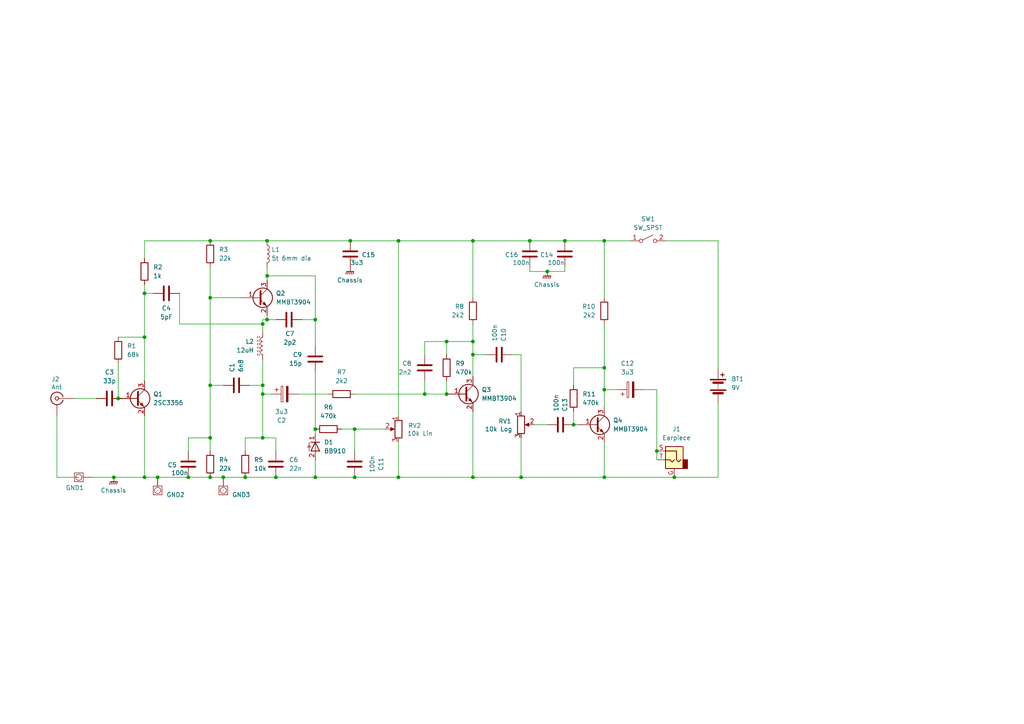
<source format=kicad_sch>
(kicad_sch (version 20231120) (generator "eeschema") (generator_version "8.0")
  (paper "A4")
  (title_block (title "G1OJS Airband Superregen Earpiece Version Block PCB") (date "2024-07-23") (rev "1"))
  (lib_symbols
    (symbol "Connector:Conn_Coaxial" (pin_numbers hide) (pin_names (offset 1.016) hide)
      (property "Reference" "J" (at 0.254 3.048 0))
      (property "Value" "Conn_Coaxial" (at 2.921 0 90))
      (symbol "Conn_Coaxial_0_1"
        (arc (start -1.778 -0.508) (mid 0.2311 -1.8066) (end 1.778 0) (stroke (width 0.254)))
        (polyline (pts (xy -2.54 0) (xy -0.508 0)))
        (polyline (pts (xy 0 -2.54) (xy 0 -1.778)))
        (circle (center 0 0) (radius 0.508) (stroke (width 0.2032)))
        (arc (start 1.778 0) (mid 0.2099 1.8101) (end -1.778 0.508) (stroke (width 0.254)))
      )
      (symbol "Conn_Coaxial_1_1"
        (pin passive line (at -5.08 0 0) (length 2.54) (name "In") (number "1"))
        (pin passive line (at 0 -5.08 90) (length 2.54) (name "Ext") (number "2"))
      )
    )
    (symbol "Connector_Audio:AudioJack2_Ground"
      (property "Reference" "J" (at 0 8.89 0))
      (property "Value" "AudioJack2_Ground" (at 0 6.35 0))
      (symbol "AudioJack2_Ground_0_1"
        (rectangle (start -2.54 -2.54) (end -3.81 0) (stroke (width 0.254)) (fill (type outline)))
        (polyline (pts (xy 0 0) (xy 0.635 -0.635) (xy 1.27 0) (xy 2.54 0)) (stroke (width 0.254)))
        (polyline (pts (xy 2.54 2.54) (xy -0.635 2.54) (xy -0.635 0) (xy -1.27 -0.635) (xy -1.905 0)) (stroke (width 0.254)))
        (rectangle (start 2.54 3.81) (end -2.54 -2.54) (stroke (width 0.254)) (fill (type background)))
      )
      (symbol "AudioJack2_Ground_1_1"
        (pin passive line (at 0 -5.08 90) (length 2.54) (name "~") (number "G"))
        (pin passive line (at 5.08 2.54 180) (length 2.54) (name "~") (number "S"))
        (pin passive line (at 5.08 0 180) (length 2.54) (name "~") (number "T"))
      )
    )
    (symbol "Device:Battery" (pin_numbers hide) (pin_names (offset 0) hide)
      (property "Reference" "BT" (at 2.54 2.54 0))
      (property "Value" "Battery" (at 2.54 0 0))
      (symbol "Battery_0_1"
        (rectangle (start -2.286 -1.27) (end 2.286 -1.524) (fill (type outline)))
        (rectangle (start -2.286 1.778) (end 2.286 1.524) (fill (type outline)))
        (rectangle (start -1.524 -2.032) (end 1.524 -2.54) (fill (type outline)))
        (rectangle (start -1.524 1.016) (end 1.524 0.508) (fill (type outline)))
        (polyline (pts (xy 0 -1.016) (xy 0 -0.762)))
        (polyline (pts (xy 0 -0.508) (xy 0 -0.254)))
        (polyline (pts (xy 0 0) (xy 0 0.254)))
        (polyline (pts (xy 0 1.778) (xy 0 2.54)))
        (polyline (pts (xy 0.762 3.048) (xy 1.778 3.048)) (stroke (width 0.254)))
        (polyline (pts (xy 1.27 3.556) (xy 1.27 2.54)) (stroke (width 0.254)))
      )
      (symbol "Battery_1_1"
        (pin passive line (at 0 5.08 270) (length 2.54) (name "+") (number "1"))
        (pin passive line (at 0 -5.08 90) (length 2.54) (name "-") (number "2"))
      )
    )
    (symbol "Device:C" (pin_numbers hide) (pin_names (offset 0.254))
      (property "Reference" "C" (at 0.635 2.54 0))
      (property "Value" "C" (at 0.635 -2.54 0))
      (symbol "C_0_1"
        (polyline (pts (xy -2.032 -0.762) (xy 2.032 -0.762)) (stroke (width 0.508)))
        (polyline (pts (xy -2.032 0.762) (xy 2.032 0.762)) (stroke (width 0.508)))
      )
      (symbol "C_1_1"
        (pin passive line (at 0 3.81 270) (length 2.794) (name "~") (number "1"))
        (pin passive line (at 0 -3.81 90) (length 2.794) (name "~") (number "2"))
      )
    )
    (symbol "Device:C_Polarized" (pin_numbers hide) (pin_names (offset 0.254))
      (property "Reference" "C" (at 0.635 2.54 0))
      (property "Value" "C_Polarized" (at 0.635 -2.54 0))
      (symbol "C_Polarized_0_1"
        (rectangle (start -2.286 0.508) (end 2.286 1.016))
        (polyline (pts (xy -1.778 2.286) (xy -0.762 2.286)))
        (polyline (pts (xy -1.27 2.794) (xy -1.27 1.778)))
        (rectangle (start 2.286 -0.508) (end -2.286 -1.016) (fill (type outline)))
      )
      (symbol "C_Polarized_1_1"
        (pin passive line (at 0 3.81 270) (length 2.794) (name "~") (number "1"))
        (pin passive line (at 0 -3.81 90) (length 2.794) (name "~") (number "2"))
      )
    )
    (symbol "Device:L" (pin_numbers hide) (pin_names (offset 1.016) hide)
      (property "Reference" "L" (at -1.27 0 90))
      (property "Value" "L" (at 1.905 0 90))
      (symbol "L_0_1"
        (arc (start 0 -2.54) (mid 0.6323 -1.905) (end 0 -1.27))
        (arc (start 0 -1.27) (mid 0.6323 -0.635) (end 0 0))
        (arc (start 0 0) (mid 0.6323 0.635) (end 0 1.27))
        (arc (start 0 1.27) (mid 0.6323 1.905) (end 0 2.54))
      )
      (symbol "L_1_1"
        (pin passive line (at 0 3.81 270) (length 1.27) (name "1") (number "1"))
        (pin passive line (at 0 -3.81 90) (length 1.27) (name "2") (number "2"))
      )
    )
    (symbol "Device:L_Ferrite" (pin_numbers hide) (pin_names (offset 1.016) hide)
      (property "Reference" "L" (at -1.27 0 90))
      (property "Value" "L_Ferrite" (at 2.794 0 90))
      (symbol "L_Ferrite_0_1"
        (arc (start 0 -2.54) (mid 0.6323 -1.905) (end 0 -1.27))
        (arc (start 0 -1.27) (mid 0.6323 -0.635) (end 0 0))
        (polyline (pts (xy 1.016 -2.794) (xy 1.016 -2.286)))
        (polyline (pts (xy 1.016 -1.778) (xy 1.016 -1.27)))
        (polyline (pts (xy 1.016 -0.762) (xy 1.016 -0.254)))
        (polyline (pts (xy 1.016 0.254) (xy 1.016 0.762)))
        (polyline (pts (xy 1.016 1.27) (xy 1.016 1.778)))
        (polyline (pts (xy 1.016 2.286) (xy 1.016 2.794)))
        (polyline (pts (xy 1.524 -2.286) (xy 1.524 -2.794)))
        (polyline (pts (xy 1.524 -1.27) (xy 1.524 -1.778)))
        (polyline (pts (xy 1.524 -0.254) (xy 1.524 -0.762)))
        (polyline (pts (xy 1.524 0.762) (xy 1.524 0.254)))
        (polyline (pts (xy 1.524 1.778) (xy 1.524 1.27)))
        (polyline (pts (xy 1.524 2.794) (xy 1.524 2.286)))
        (arc (start 0 0) (mid 0.6323 0.635) (end 0 1.27))
        (arc (start 0 1.27) (mid 0.6323 1.905) (end 0 2.54))
      )
      (symbol "L_Ferrite_1_1"
        (pin passive line (at 0 3.81 270) (length 1.27) (name "1") (number "1"))
        (pin passive line (at 0 -3.81 90) (length 1.27) (name "2") (number "2"))
      )
    )
    (symbol "Device:R" (pin_numbers hide) (pin_names (offset 0))
      (property "Reference" "R" (at 2.032 0 90))
      (property "Value" "R" (at 0 0 90))
      (symbol "R_0_1"
        (rectangle (start -1.016 -2.54) (end 1.016 2.54) (stroke (width 0.254)))
      )
      (symbol "R_1_1"
        (pin passive line (at 0 3.81 270) (length 1.27) (name "~") (number "1"))
        (pin passive line (at 0 -3.81 90) (length 1.27) (name "~") (number "2"))
      )
    )
    (symbol "Device:R_Potentiometer" (pin_names (offset 1.016) hide)
      (property "Reference" "RV" (at -4.445 0 90))
      (property "Value" "R_Potentiometer" (at -2.54 0 90))
      (symbol "R_Potentiometer_0_1"
        (polyline (pts (xy 2.54 0) (xy 1.524 0)))
        (polyline (pts (xy 1.143 0) (xy 2.286 0.508) (xy 2.286 -0.508) (xy 1.143 0)) (fill (type outline)))
        (rectangle (start 1.016 2.54) (end -1.016 -2.54) (stroke (width 0.254)))
      )
      (symbol "R_Potentiometer_1_1"
        (pin passive line (at 0 3.81 270) (length 1.27) (name "1") (number "1"))
        (pin passive line (at 3.81 0 180) (length 1.27) (name "2") (number "2"))
        (pin passive line (at 0 -3.81 90) (length 1.27) (name "3") (number "3"))
      )
    )
    (symbol "FlyingLead_THTPad_2.0x2.0mm_Drill1.0mm_1_1" (pin_numbers hide) (pin_names (offset 0) hide)
      (property "Reference" "J" (at 0 2.54 0))
      (symbol "FlyingLead_THTPad_2.0x2.0mm_Drill1.0mm_1_1_0_1"
        (rectangle (start -1.27 1.27) (end 1.27 -1.27))
        (circle (center 0 0) (radius 0.898))
      )
      (symbol "FlyingLead_THTPad_2.0x2.0mm_Drill1.0mm_1_1_1_0"
        (pin passive line (at 0 0 180) (length 0) (name "") (number "1"))
      )
      (symbol "FlyingLead_THTPad_2.0x2.0mm_Drill1.0mm_1_1_1_1"
        (pin passive line (at -3.81 0 0) (length 2.54) (name "") (number "1"))
      )
    )
    (symbol "Switch:SW_SPST" (pin_names (offset 0) hide)
      (property "Reference" "SW" (at 0 3.175 0))
      (property "Value" "SW_SPST" (at 0 -2.54 0))
      (symbol "SW_SPST_0_0"
        (circle (center -2.032 0) (radius 0.508))
        (polyline (pts (xy -1.524 0.254) (xy 1.524 1.778)))
        (circle (center 2.032 0) (radius 0.508))
      )
      (symbol "SW_SPST_1_1"
        (pin passive line (at -5.08 0 0) (length 2.54) (name "A") (number "1"))
        (pin passive line (at 5.08 0 180) (length 2.54) (name "B") (number "2"))
      )
    )
    (symbol "Transistor_BJT:MMBT3904" (pin_names (offset 0) hide)
      (property "Reference" "Q" (at 5.08 1.905 0))
      (property "Value" "MMBT3904" (at 5.08 0 0))
      (symbol "MMBT3904_0_1"
        (polyline (pts (xy 0.635 0.635) (xy 2.54 2.54)))
        (polyline (pts (xy 0.635 -0.635) (xy 2.54 -2.54) (xy 2.54 -2.54)))
        (polyline (pts (xy 0.635 1.905) (xy 0.635 -1.905) (xy 0.635 -1.905)) (stroke (width 0.508)))
        (polyline (pts (xy 1.27 -1.778) (xy 1.778 -1.27) (xy 2.286 -2.286) (xy 1.27 -1.778) (xy 1.27 -1.778)) (fill (type outline)))
        (circle (center 1.27 0) (radius 2.8194) (stroke (width 0.254)))
      )
      (symbol "MMBT3904_1_1"
        (pin input line (at -5.08 0 0) (length 5.715) (name "B") (number "1"))
        (pin passive line (at 2.54 -5.08 90) (length 2.54) (name "E") (number "2"))
        (pin passive line (at 2.54 5.08 270) (length 2.54) (name "C") (number "3"))
      )
    )
    (symbol "power:GNDPWR" (power) (pin_numbers hide) (pin_names (offset 0) hide)
      (property "Value" "GNDPWR" (at 0 -3.302 0))
      (symbol "GNDPWR_0_1"
        (polyline (pts (xy 0 -1.27) (xy 0 0)))
        (polyline (pts (xy -1.016 -1.27) (xy -1.27 -2.032) (xy -1.27 -2.032)) (stroke (width 0.2032)))
        (polyline (pts (xy -0.508 -1.27) (xy -0.762 -2.032) (xy -0.762 -2.032)) (stroke (width 0.2032)))
        (polyline (pts (xy 0 -1.27) (xy -0.254 -2.032) (xy -0.254 -2.032)) (stroke (width 0.2032)))
        (polyline (pts (xy 0.508 -1.27) (xy 0.254 -2.032) (xy 0.254 -2.032)) (stroke (width 0.2032)))
        (polyline (pts (xy 1.016 -1.27) (xy -1.016 -1.27) (xy -1.016 -1.27)) (stroke (width 0.2032)))
        (polyline (pts (xy 1.016 -1.27) (xy 0.762 -2.032) (xy 0.762 -2.032) (xy 0.762 -2.032)) (stroke (width 0.2032)))
      )
      (symbol "GNDPWR_1_1"
        (pin power_in line (at 0 0 270) (length 0) (name "~") (number "1"))
      )
    )
    (symbol "z_Diode_Varicap:BB910" (pin_names (offset 0) hide)
      (property "Reference" "D" (at -1.27 4.064 0))
      (property "Value" "BB910" (at 0 0 0))
      (symbol "BB910_0_1"
        (polyline (pts (xy -1.27 -1.778) (xy -0.1524 -1.778)))
        (polyline (pts (xy -1.27 0) (xy 1.27 0)))
        (polyline (pts (xy -1.27 1.27) (xy -1.27 -1.27)) (stroke (width 0.254)))
        (polyline (pts (xy -0.1524 -1.27) (xy -0.1524 -2.286)))
        (polyline (pts (xy 0.1524 -1.778) (xy 1.27 -1.778)))
        (polyline (pts (xy 0.1524 -1.27) (xy 0.1524 -2.286)))
        (polyline (pts (xy 1.27 1.27) (xy 1.27 -1.27) (xy -1.27 0) (xy 1.27 1.27)) (stroke (width 0.254)))
      )
      (symbol "BB910_1_1"
        (pin passive line (at -3.81 0 0) (length 2.54) (name "K") (number "1"))
        (pin passive line (at 3.81 0 180) (length 2.54) (name "A") (number "2"))
      )
    )
    (symbol "z_Transistor_BJT:2SC3356" (pin_names (offset 0) hide)
      (property "Reference" "Q" (at 5.842 1.016 0))
      (property "Value" "2SC3356" (at 9.398 -1.27 0))
      (symbol "2SC3356_0_1"
        (polyline (pts (xy 0.635 0.635) (xy 2.54 2.54)))
        (polyline (pts (xy 0.635 -0.635) (xy 2.54 -2.54) (xy 2.54 -2.54)))
        (polyline (pts (xy 0.635 1.905) (xy 0.635 -1.905) (xy 0.635 -1.905)) (stroke (width 0.508)))
        (polyline (pts (xy 1.27 -1.778) (xy 1.778 -1.27) (xy 2.286 -2.286) (xy 1.27 -1.778) (xy 1.27 -1.778)) (fill (type outline)))
        (circle (center 1.27 0) (radius 2.8194) (stroke (width 0.254)))
      )
      (symbol "2SC3356_1_1"
        (pin passive line (at -5.08 0 0) (length 5.715) (name "B") (number "1"))
        (pin passive line (at 2.54 -5.08 90) (length 2.54) (name "E") (number "2"))
        (pin passive line (at 2.54 5.08 270) (length 2.54) (name "C") (number "3"))
      )
    )
  )
  (junction (at 163.83 69.85))
  (junction (at 60.96 127))
  (junction (at 129.54 114.3))
  (junction (at 166.37 123.19))
  (junction (at 129.54 99.06))
  (junction (at 175.26 138.43))
  (junction (at 91.44 138.43))
  (junction (at 137.16 99.06))
  (junction (at 102.87 124.46))
  (junction (at 60.96 86.36))
  (junction (at 77.47 69.85))
  (junction (at 101.6 69.85))
  (junction (at 123.19 114.3))
  (junction (at 80.01 138.43))
  (junction (at 76.2 111.76))
  (junction (at 54.61 138.43))
  (junction (at 115.57 69.85))
  (junction (at 64.77 138.43))
  (junction (at 41.91 85.09))
  (junction (at 60.96 69.85))
  (junction (at 102.87 138.43))
  (junction (at 153.67 69.85))
  (junction (at 151.13 138.43))
  (junction (at 34.29 115.57))
  (junction (at 60.96 111.76))
  (junction (at 175.26 113.03))
  (junction (at 60.96 138.43))
  (junction (at 91.44 124.46))
  (junction (at 41.91 97.79))
  (junction (at 76.2 93.98))
  (junction (at 137.16 138.43))
  (junction (at 190.5 130.81))
  (junction (at 71.12 138.43))
  (junction (at 91.44 92.71))
  (junction (at 33.02 138.43))
  (junction (at 76.2 127))
  (junction (at 41.91 138.43))
  (junction (at 77.47 92.71))
  (junction (at 175.26 69.85))
  (junction (at 76.2 114.3))
  (junction (at 137.16 69.85))
  (junction (at 115.57 138.43))
  (junction (at 158.75 78.74))
  (junction (at 45.72 138.43))
  (junction (at 195.58 138.43))
  (junction (at 137.16 102.87))
  (junction (at 77.47 80.01))
  (junction (at 175.26 106.68))
  (wire (pts (xy 44.45 85.09) (xy 41.91 85.09)))
  (wire (pts (xy 151.13 102.87) (xy 151.13 119.38)))
  (wire (pts (xy 34.29 97.79) (xy 41.91 97.79)))
  (wire (pts (xy 115.57 69.85) (xy 115.57 120.65)))
  (wire (pts (xy 195.58 138.43) (xy 208.28 138.43)))
  (wire (pts (xy 52.07 93.98) (xy 52.07 85.09)))
  (wire (pts (xy 77.47 80.01) (xy 77.47 81.28)))
  (wire (pts (xy 91.44 138.43) (xy 102.87 138.43)))
  (wire (pts (xy 60.96 111.76) (xy 64.77 111.76)))
  (wire (pts (xy 99.06 124.46) (xy 102.87 124.46)))
  (wire (pts (xy 21.59 115.57) (xy 27.94 115.57)))
  (wire (pts (xy 175.26 69.85) (xy 175.26 86.36)))
  (wire (pts (xy 54.61 127) (xy 54.61 130.81)))
  (wire (pts (xy 102.87 124.46) (xy 102.87 130.81)))
  (wire (pts (xy 71.12 127) (xy 71.12 130.81)))
  (wire (pts (xy 60.96 111.76) (xy 60.96 127)))
  (wire (pts (xy 80.01 127) (xy 80.01 130.81)))
  (wire (pts (xy 60.96 77.47) (xy 60.96 86.36)))
  (wire (pts (xy 102.87 124.46) (xy 111.76 124.46)))
  (wire (pts (xy 64.77 138.43) (xy 71.12 138.43)))
  (wire (pts (xy 77.47 91.44) (xy 77.47 92.71)))
  (wire (pts (xy 166.37 106.68) (xy 175.26 106.68)))
  (wire (pts (xy 137.16 99.06) (xy 137.16 102.87)))
  (wire (pts (xy 140.97 102.87) (xy 137.16 102.87)))
  (wire (pts (xy 76.2 111.76) (xy 76.2 114.3)))
  (wire (pts (xy 190.5 130.81) (xy 190.5 133.35)))
  (wire (pts (xy 153.67 78.74) (xy 158.75 78.74)))
  (wire (pts (xy 60.96 127) (xy 60.96 130.81)))
  (wire (pts (xy 80.01 92.71) (xy 77.47 92.71)))
  (wire (pts (xy 208.28 69.85) (xy 208.28 106.68)))
  (wire (pts (xy 129.54 110.49) (xy 129.54 114.3)))
  (wire (pts (xy 175.26 106.68) (xy 175.26 113.03)))
  (wire (pts (xy 41.91 120.65) (xy 41.91 138.43)))
  (wire (pts (xy 16.51 120.65) (xy 16.51 138.43)))
  (wire (pts (xy 60.96 69.85) (xy 77.47 69.85)))
  (wire (pts (xy 137.16 138.43) (xy 151.13 138.43)))
  (wire (pts (xy 163.83 78.74) (xy 158.75 78.74)))
  (wire (pts (xy 71.12 127) (xy 76.2 127)))
  (wire (pts (xy 60.96 138.43) (xy 64.77 138.43)))
  (wire (pts (xy 52.07 93.98) (xy 76.2 93.98)))
  (wire (pts (xy 76.2 92.71) (xy 76.2 93.98)))
  (wire (pts (xy 129.54 102.87) (xy 129.54 99.06)))
  (wire (pts (xy 190.5 113.03) (xy 190.5 130.81)))
  (wire (pts (xy 163.83 77.47) (xy 163.83 78.74)))
  (wire (pts (xy 41.91 97.79) (xy 41.91 110.49)))
  (wire (pts (xy 123.19 99.06) (xy 129.54 99.06)))
  (wire (pts (xy 151.13 102.87) (xy 148.59 102.87)))
  (wire (pts (xy 33.02 138.43) (xy 41.91 138.43)))
  (wire (pts (xy 175.26 128.27) (xy 175.26 138.43)))
  (wire (pts (xy 129.54 99.06) (xy 137.16 99.06)))
  (wire (pts (xy 45.72 138.43) (xy 54.61 138.43)))
  (wire (pts (xy 60.96 86.36) (xy 60.96 111.76)))
  (wire (pts (xy 166.37 119.38) (xy 166.37 123.19)))
  (wire (pts (xy 123.19 110.49) (xy 123.19 114.3)))
  (wire (pts (xy 175.26 93.98) (xy 175.26 106.68)))
  (wire (pts (xy 26.67 138.43) (xy 33.02 138.43)))
  (wire (pts (xy 60.96 86.36) (xy 69.85 86.36)))
  (wire (pts (xy 72.39 111.76) (xy 76.2 111.76)))
  (wire (pts (xy 115.57 128.27) (xy 115.57 138.43)))
  (wire (pts (xy 137.16 86.36) (xy 137.16 69.85)))
  (wire (pts (xy 35.56 115.57) (xy 34.29 115.57)))
  (wire (pts (xy 41.91 69.85) (xy 60.96 69.85)))
  (wire (pts (xy 123.19 102.87) (xy 123.19 99.06)))
  (wire (pts (xy 115.57 138.43) (xy 137.16 138.43)))
  (wire (pts (xy 163.83 69.85) (xy 175.26 69.85)))
  (wire (pts (xy 16.51 138.43) (xy 22.86 138.43)))
  (wire (pts (xy 166.37 123.19) (xy 167.64 123.19)))
  (wire (pts (xy 151.13 138.43) (xy 175.26 138.43)))
  (wire (pts (xy 76.2 93.98) (xy 76.2 96.52)))
  (wire (pts (xy 166.37 111.76) (xy 166.37 106.68)))
  (wire (pts (xy 115.57 69.85) (xy 137.16 69.85)))
  (wire (pts (xy 77.47 80.01) (xy 91.44 80.01)))
  (wire (pts (xy 151.13 127) (xy 151.13 138.43)))
  (wire (pts (xy 102.87 114.3) (xy 123.19 114.3)))
  (wire (pts (xy 77.47 77.47) (xy 77.47 80.01)))
  (wire (pts (xy 41.91 85.09) (xy 41.91 97.79)))
  (wire (pts (xy 154.94 123.19) (xy 158.75 123.19)))
  (wire (pts (xy 137.16 93.98) (xy 137.16 99.06)))
  (wire (pts (xy 78.74 114.3) (xy 76.2 114.3)))
  (wire (pts (xy 186.69 113.03) (xy 190.5 113.03)))
  (wire (pts (xy 86.36 114.3) (xy 95.25 114.3)))
  (wire (pts (xy 179.07 113.03) (xy 175.26 113.03)))
  (wire (pts (xy 41.91 69.85) (xy 41.91 74.93)))
  (wire (pts (xy 34.29 105.41) (xy 34.29 115.57)))
  (wire (pts (xy 175.26 69.85) (xy 182.88 69.85)))
  (wire (pts (xy 102.87 138.43) (xy 115.57 138.43)))
  (wire (pts (xy 41.91 82.55) (xy 41.91 85.09)))
  (wire (pts (xy 91.44 133.35) (xy 91.44 138.43)))
  (wire (pts (xy 76.2 104.14) (xy 76.2 111.76)))
  (wire (pts (xy 80.01 138.43) (xy 91.44 138.43)))
  (wire (pts (xy 76.2 114.3) (xy 76.2 127)))
  (wire (pts (xy 77.47 69.85) (xy 101.6 69.85)))
  (wire (pts (xy 193.04 69.85) (xy 208.28 69.85)))
  (wire (pts (xy 41.91 138.43) (xy 45.72 138.43)))
  (wire (pts (xy 153.67 77.47) (xy 153.67 78.74)))
  (wire (pts (xy 153.67 69.85) (xy 163.83 69.85)))
  (wire (pts (xy 91.44 107.95) (xy 91.44 124.46)))
  (wire (pts (xy 208.28 116.84) (xy 208.28 138.43)))
  (wire (pts (xy 137.16 102.87) (xy 137.16 109.22)))
  (wire (pts (xy 54.61 127) (xy 60.96 127)))
  (wire (pts (xy 91.44 124.46) (xy 91.44 125.73)))
  (wire (pts (xy 87.63 92.71) (xy 91.44 92.71)))
  (wire (pts (xy 175.26 138.43) (xy 195.58 138.43)))
  (wire (pts (xy 101.6 69.85) (xy 115.57 69.85)))
  (wire (pts (xy 137.16 119.38) (xy 137.16 138.43)))
  (wire (pts (xy 91.44 80.01) (xy 91.44 92.71)))
  (wire (pts (xy 77.47 92.71) (xy 76.2 92.71)))
  (wire (pts (xy 71.12 138.43) (xy 80.01 138.43)))
  (wire (pts (xy 175.26 113.03) (xy 175.26 118.11)))
  (wire (pts (xy 76.2 127) (xy 80.01 127)))
  (wire (pts (xy 123.19 114.3) (xy 129.54 114.3)))
  (wire (pts (xy 91.44 100.33) (xy 91.44 92.71)))
  (wire (pts (xy 137.16 69.85) (xy 153.67 69.85)))
  (wire (pts (xy 54.61 138.43) (xy 60.96 138.43)))
  (symbol (lib_id "Device:C") (at 80.01 134.62 0) (unit 1)
    (property "Reference" "C6" (at 83.82 133.3499 0) (effects (justify left)))
    (property "Value" "22n" (at 83.82 135.8899 0) (effects (justify left)))
    (property "Footprint" "Capacitor_SMD:C_0805_2012Metric" (effects (hide yes)))
    (property "Description" "Unpolarized capacitor" (effects (hide yes)))
  )
  (symbol (lib_id "Device:C") (at 162.56 123.19 270) (mirror x) (unit 1)
    (property "Reference" "C13" (at 163.8301 119.38 0) (effects (justify left)))
    (property "Value" "100n" (at 161.2901 119.38 0) (effects (justify left)))
    (property "Footprint" "Capacitor_SMD:C_0805_2012Metric" (effects (hide yes)))
    (property "Description" "Unpolarized capacitor" (effects (hide yes)))
  )
  (symbol (lib_id "Device:R") (at 60.96 134.62 0) (unit 1)
    (property "Reference" "R4" (at 63.5 133.3499 0) (effects (justify left)))
    (property "Value" "22k" (at 63.5 135.8899 0) (effects (justify left)))
    (property "Footprint" "Resistor_SMD:R_0805_2012Metric" (effects (hide yes)))
    (property "Description" "Resistor" (effects (hide yes)))
  )
  (symbol (lib_id "Device:C") (at 83.82 92.71 90) (unit 1)
    (property "Reference" "C7" (at 84.074 96.774 90))
    (property "Value" "2p2" (at 84.074 99.314 90))
    (property "Footprint" "Capacitor_SMD:C_0805_2012Metric" (effects (hide yes)))
    (property "Description" "Unpolarized capacitor" (effects (hide yes)))
  )
  (symbol (lib_id "Transistor_BJT:MMBT3904") (at 134.62 114.3 0) (unit 1)
    (property "Reference" "Q3" (at 139.7 113.0299 0) (effects (justify left)))
    (property "Value" "MMBT3904" (at 139.7 115.5699 0) (effects (justify left)))
    (property "Footprint" "Package_TO_SOT_SMD:SOT-23" (effects (hide yes)))
    (property "Datasheet" "https://www.onsemi.com/pdf/datasheet/pzt3904-d.pdf" (effects (hide yes)))
    (property "Description" "0.2A Ic, 40V Vce, Small Signal NPN Transistor, SOT-23" (effects (hide yes)))
  )
  (symbol (lib_id "Device:C") (at 163.83 73.66 0) (mirror y) (unit 1)
    (property "Reference" "C14" (at 160.528 73.914 0) (effects (justify left)))
    (property "Value" "100n" (at 163.83 76.2 0) (effects (justify left)))
    (property "Footprint" "Capacitor_SMD:C_0805_2012Metric" (effects (hide yes)))
    (property "Description" "Unpolarized capacitor" (effects (hide yes)))
  )
  (symbol (lib_name "FlyingLead_THTPad_2.0x2.0mm_Drill1.0mm_1_1") (lib_id "z_Pads:FlyingLead_THTPad_2.0x2.0mm_Drill1.0mm_1") (at 45.72 142.24 90) (mirror x) (unit 1)
    (property "Reference" "GND2" (at 48.26 143.5101 90) (effects (justify right)))
    (property "Value" "GND" (effects (hide yes)))
    (property "Footprint" "TestPoint:TestPoint_THTPad_2.0x2.0mm_Drill1.0mm" (effects (hide yes)))
  )
  (symbol (lib_id "Device:C") (at 101.6 73.66 0) (unit 1)
    (property "Reference" "C15" (at 104.902 73.914 0) (effects (justify left)))
    (property "Value" "3u3" (at 101.6 76.2 0) (effects (justify left)))
    (property "Footprint" "Capacitor_SMD:C_0805_2012Metric" (effects (hide yes)))
    (property "Description" "Unpolarized capacitor" (effects (hide yes)))
  )
  (symbol (lib_id "Switch:SW_SPST") (at 187.96 69.85 0) (unit 1) (on_board no)
    (property "Reference" "SW1" (at 187.96 63.5 0))
    (property "Value" "SW_SPST" (at 187.96 66.04 0))
    (property "Description" "Single Pole Single Throw (SPST) switch" (effects (hide yes)))
  )
  (symbol (lib_id "Device:R") (at 175.26 90.17 0) (mirror y) (unit 1)
    (property "Reference" "R10" (at 172.72 88.8999 0) (effects (justify left)))
    (property "Value" "2k2" (at 172.72 91.4399 0) (effects (justify left)))
    (property "Footprint" "Resistor_SMD:R_0805_2012Metric" (effects (hide yes)))
    (property "Description" "Resistor" (effects (hide yes)))
  )
  (symbol (lib_id "Connector:Conn_Coaxial") (at 16.51 115.57 0) (mirror y) (unit 1) (on_board no)
    (property "Reference" "J2" (at 17.272 109.982 0) (effects (justify left)))
    (property "Value" "Ant" (at 18.034 112.268 0) (effects (justify left)))
    (property "Datasheet" " ~" (effects (hide yes)))
    (property "Description" "coaxial connector (BNC, SMA, SMB, SMC, Cinch/RCA, LEMO, ...)" (effects (hide yes)))
  )
  (symbol (lib_id "Device:C") (at 91.44 104.14 0) (mirror y) (unit 1)
    (property "Reference" "C9" (at 87.63 102.8699 0) (effects (justify left)))
    (property "Value" "15p" (at 87.63 105.4099 0) (effects (justify left)))
    (property "Footprint" "Capacitor_SMD:C_0805_2012Metric" (effects (hide yes)))
    (property "Description" "Unpolarized capacitor" (effects (hide yes)))
  )
  (symbol (lib_name "FlyingLead_THTPad_2.0x2.0mm_Drill1.0mm_1_1") (lib_id "z_Pads:FlyingLead_THTPad_2.0x2.0mm_Drill1.0mm_1") (at 64.77 142.24 90) (mirror x) (unit 1)
    (property "Reference" "GND3" (at 67.31 143.5101 90) (effects (justify right)))
    (property "Value" "GND" (effects (hide yes)))
    (property "Footprint" "TestPoint:TestPoint_THTPad_2.0x2.0mm_Drill1.0mm" (effects (hide yes)))
  )
  (symbol (lib_id "Device:R") (at 34.29 101.6 0) (unit 1)
    (property "Reference" "R1" (at 36.83 100.3299 0) (effects (justify left)))
    (property "Value" "68k" (at 36.83 102.8699 0) (effects (justify left)))
    (property "Footprint" "Resistor_SMD:R_0805_2012Metric" (effects (hide yes)))
    (property "Description" "Resistor" (effects (hide yes)))
  )
  (symbol (lib_id "Device:R") (at 166.37 115.57 0) (unit 1)
    (property "Reference" "R11" (at 168.91 114.2999 0) (effects (justify left)))
    (property "Value" "470k" (at 168.91 116.8399 0) (effects (justify left)))
    (property "Footprint" "Resistor_SMD:R_0805_2012Metric" (effects (hide yes)))
    (property "Description" "Resistor" (effects (hide yes)))
  )
  (symbol (lib_id "Device:C") (at 68.58 111.76 90) (unit 1)
    (property "Reference" "C1" (at 67.3099 107.95 0) (effects (justify left)))
    (property "Value" "6n8" (at 69.8499 107.95 0) (effects (justify left)))
    (property "Footprint" "Capacitor_SMD:C_0805_2012Metric" (effects (hide yes)))
    (property "Description" "Unpolarized capacitor" (effects (hide yes)))
  )
  (symbol (lib_name "FlyingLead_THTPad_2.0x2.0mm_Drill1.0mm_1_1") (lib_id "z_Pads:FlyingLead_THTPad_2.0x2.0mm_Drill1.0mm_1") (at 22.86 138.43 0) (mirror y) (unit 1)
    (property "Reference" "GND1" (at 19.05 141.478 0) (effects (justify right)))
    (property "Value" "GND" (effects (hide yes)))
    (property "Footprint" "TestPoint:TestPoint_THTPad_2.0x2.0mm_Drill1.0mm" (effects (hide yes)))
  )
  (symbol (lib_id "z_Diode_Varicap:BB910") (at 91.44 129.54 270) (unit 1)
    (property "Reference" "D1" (at 93.98 128.2699 90) (effects (justify left)))
    (property "Value" "BB910" (at 93.98 130.8099 90) (effects (justify left)))
    (property "Footprint" "Package_TO_SOT_THT:TO-92-2" (effects (hide yes)))
    (property "Datasheet" "https://www.qsl.net/df7tv/datasheets/bb910.pdf" (effects (hide yes)))
    (property "Description" "VHF Variable Capacitance Diode TO-92-2" (effects (hide yes)))
  )
  (symbol (lib_id "Device:R_Potentiometer") (at 151.13 123.19 0) (unit 1) (on_board no)
    (property "Reference" "RV1" (at 148.336 122.174 0) (effects (justify right)))
    (property "Value" "10k Log" (at 148.59 124.4599 0) (effects (justify right)))
    (property "Description" "Potentiometer" (effects (hide yes)))
  )
  (symbol (lib_id "Device:R_Potentiometer") (at 115.57 124.46 0) (mirror y) (unit 1) (on_board no)
    (property "Reference" "RV2" (at 118.364 123.444 0) (effects (justify right)))
    (property "Value" "10k Lin" (at 118.11 125.7299 0) (effects (justify right)))
    (property "Description" "Potentiometer" (effects (hide yes)))
  )
  (symbol (lib_id "z_Transistor_BJT:2SC3356") (at 39.37 115.57 0) (unit 1)
    (property "Reference" "Q1" (at 44.45 114.2999 0) (effects (justify left)))
    (property "Value" "2SC3356" (at 44.45 116.8399 0) (effects (justify left)))
    (property "Footprint" "Package_TO_SOT_SMD:SOT-23" (effects (hide yes)))
    (property "Datasheet" "https://wmsc.lcsc.com/wmsc/upload/file/pdf/v2/lcsc/2308071511_JSMSEMI-2SC3356-R25_C963378.pdf" (effects (hide yes)))
    (property "Description" "100mA Ic, 12V Vce, Low Noise 7GHz NPN Transistor, SOT-23" (effects (hide yes)))
  )
  (symbol (lib_id "Device:R") (at 137.16 90.17 0) (mirror y) (unit 1)
    (property "Reference" "R8" (at 134.62 88.8999 0) (effects (justify left)))
    (property "Value" "2k2" (at 134.62 91.4399 0) (effects (justify left)))
    (property "Footprint" "Resistor_SMD:R_0805_2012Metric" (effects (hide yes)))
    (property "Description" "Resistor" (effects (hide yes)))
  )
  (symbol (lib_id "Device:R") (at 41.91 78.74 0) (unit 1)
    (property "Reference" "R2" (at 44.45 77.4699 0) (effects (justify left)))
    (property "Value" "1k" (at 44.45 80.0099 0) (effects (justify left)))
    (property "Footprint" "Resistor_SMD:R_0805_2012Metric" (effects (hide yes)))
    (property "Description" "Resistor" (effects (hide yes)))
  )
  (symbol (lib_id "Device:C_Polarized") (at 182.88 113.03 90) (unit 1)
    (property "Reference" "C12" (at 181.991 105.41 90))
    (property "Value" "3u3" (at 181.991 107.95 90))
    (property "Footprint" "Capacitor_SMD:C_0805_2012Metric" (effects (hide yes)))
    (property "Description" "Polarized capacitor" (effects (hide yes)))
  )
  (symbol (lib_id "Device:C") (at 48.26 85.09 90) (unit 1)
    (property "Reference" "C4" (at 48.26 89.408 90))
    (property "Value" "5pF" (at 48.26 91.948 90))
    (property "Footprint" "Capacitor_SMD:C_0805_2012Metric" (effects (hide yes)))
    (property "Description" "Unpolarized capacitor" (effects (hide yes)))
  )
  (symbol (lib_id "Device:C_Polarized") (at 82.55 114.3 90) (mirror x) (unit 1)
    (property "Reference" "C2" (at 81.661 121.92 90))
    (property "Value" "3u3" (at 81.661 119.38 90))
    (property "Footprint" "Capacitor_SMD:C_0805_2012Metric" (effects (hide yes)))
    (property "Description" "Polarized capacitor" (effects (hide yes)))
  )
  (symbol (lib_id "Transistor_BJT:MMBT3904") (at 172.72 123.19 0) (unit 1)
    (property "Reference" "Q4" (at 177.8 121.9199 0) (effects (justify left)))
    (property "Value" "MMBT3904" (at 177.8 124.4599 0) (effects (justify left)))
    (property "Footprint" "Package_TO_SOT_SMD:SOT-23" (effects (hide yes)))
    (property "Datasheet" "https://www.onsemi.com/pdf/datasheet/pzt3904-d.pdf" (effects (hide yes)))
    (property "Description" "0.2A Ic, 40V Vce, Small Signal NPN Transistor, SOT-23" (effects (hide yes)))
  )
  (symbol (lib_id "power:GNDPWR") (at 101.6 77.47 0) (unit 1)
    (property "Reference" "#PWR01" (effects (hide yes)))
    (property "Value" "Chassis" (at 101.473 81.28 0))
    (property "Description" "Power symbol creates a global label with name \"GNDPWR\" , global ground" (effects (hide yes)))
  )
  (symbol (lib_id "Device:C") (at 54.61 134.62 0) (mirror y) (unit 1)
    (property "Reference" "C5" (at 51.308 134.874 0) (effects (justify left)))
    (property "Value" "100n" (at 54.61 137.16 0) (effects (justify left)))
    (property "Footprint" "Capacitor_SMD:C_0805_2012Metric" (effects (hide yes)))
    (property "Description" "Unpolarized capacitor" (effects (hide yes)))
  )
  (symbol (lib_id "power:GNDPWR") (at 158.75 78.74 0) (unit 1)
    (property "Reference" "#PWR03" (effects (hide yes)))
    (property "Value" "Chassis" (at 158.623 82.55 0))
    (property "Description" "Power symbol creates a global label with name \"GNDPWR\" , global ground" (effects (hide yes)))
  )
  (symbol (lib_id "Device:C") (at 123.19 106.68 0) (mirror y) (unit 1)
    (property "Reference" "C8" (at 119.38 105.4099 0) (effects (justify left)))
    (property "Value" "2n2" (at 119.38 107.9499 0) (effects (justify left)))
    (property "Footprint" "Capacitor_SMD:C_0805_2012Metric" (effects (hide yes)))
    (property "Description" "Unpolarized capacitor" (effects (hide yes)))
  )
  (symbol (lib_id "Connector_Audio:AudioJack2_Ground") (at 195.58 133.35 0) (mirror y) (unit 1) (on_board no)
    (property "Reference" "J1" (at 196.215 124.46 0))
    (property "Value" "Earpiece" (at 196.215 127 0))
    (property "Description" "Audio Jack, 2 Poles (Mono / TS), Grounded Sleeve" (effects (hide yes)))
  )
  (symbol (lib_id "Device:R") (at 99.06 114.3 90) (unit 1)
    (property "Reference" "R7" (at 99.06 107.95 90))
    (property "Value" "2k2" (at 99.06 110.49 90))
    (property "Footprint" "Resistor_SMD:R_0805_2012Metric" (effects (hide yes)))
    (property "Description" "Resistor" (effects (hide yes)))
  )
  (symbol (lib_id "Device:L_Ferrite") (at 76.2 100.33 0) (mirror y) (unit 1)
    (property "Reference" "L2" (at 73.66 99.0599 0) (effects (justify left)))
    (property "Value" "12uH" (at 73.66 101.5999 0) (effects (justify left)))
    (property "Footprint" "Inductor_SMD:L_0805_2012Metric" (effects (hide yes)))
    (property "Description" "Inductor with ferrite core" (effects (hide yes)))
  )
  (symbol (lib_id "Device:R") (at 60.96 73.66 0) (unit 1)
    (property "Reference" "R3" (at 63.5 72.3899 0) (effects (justify left)))
    (property "Value" "22k" (at 63.5 74.9299 0) (effects (justify left)))
    (property "Footprint" "Resistor_SMD:R_0805_2012Metric" (effects (hide yes)))
    (property "Description" "Resistor" (effects (hide yes)))
  )
  (symbol (lib_id "Device:C") (at 144.78 102.87 270) (mirror x) (unit 1)
    (property "Reference" "C10" (at 146.0501 99.06 0) (effects (justify left)))
    (property "Value" "100n" (at 143.5101 99.06 0) (effects (justify left)))
    (property "Footprint" "Capacitor_SMD:C_0805_2012Metric" (effects (hide yes)))
    (property "Description" "Unpolarized capacitor" (effects (hide yes)))
  )
  (symbol (lib_id "power:GNDPWR") (at 33.02 138.43 0) (unit 1)
    (property "Reference" "#PWR02" (effects (hide yes)))
    (property "Value" "Chassis" (at 32.893 142.24 0))
    (property "Description" "Power symbol creates a global label with name \"GNDPWR\" , global ground" (effects (hide yes)))
  )
  (symbol (lib_id "Device:C") (at 102.87 134.62 0) (unit 1)
    (property "Reference" "C11" (at 110.49 134.62 90))
    (property "Value" "100n" (at 107.95 134.62 90))
    (property "Footprint" "Capacitor_SMD:C_0805_2012Metric" (effects (hide yes)))
    (property "Description" "Unpolarized capacitor" (effects (hide yes)))
  )
  (symbol (lib_id "Device:R") (at 129.54 106.68 0) (unit 1)
    (property "Reference" "R9" (at 132.08 105.4099 0) (effects (justify left)))
    (property "Value" "470k" (at 132.08 107.9499 0) (effects (justify left)))
    (property "Footprint" "Resistor_SMD:R_0805_2012Metric" (effects (hide yes)))
    (property "Description" "Resistor" (effects (hide yes)))
  )
  (symbol (lib_id "Device:R") (at 71.12 134.62 0) (unit 1)
    (property "Reference" "R5" (at 73.66 133.3499 0) (effects (justify left)))
    (property "Value" "10k" (at 73.66 135.8899 0) (effects (justify left)))
    (property "Footprint" "Resistor_SMD:R_0805_2012Metric" (effects (hide yes)))
    (property "Description" "Resistor" (effects (hide yes)))
  )
  (symbol (lib_id "Device:L") (at 77.47 73.66 0) (unit 1)
    (property "Reference" "L1" (at 78.74 72.3899 0) (effects (justify left)))
    (property "Value" "5t 6mm dia" (at 78.74 74.9299 0) (effects (justify left)))
    (property "Footprint" "z_Inductor:Inductor_Axial_L10.0mm_D7.9mm_P10.0mm_Horizontal" (effects (hide yes)))
    (property "Description" "Inductor" (effects (hide yes)))
  )
  (symbol (lib_id "Transistor_BJT:MMBT3904") (at 74.93 86.36 0) (unit 1)
    (property "Reference" "Q2" (at 80.01 85.0899 0) (effects (justify left)))
    (property "Value" "MMBT3904" (at 80.01 87.6299 0) (effects (justify left)))
    (property "Footprint" "Package_TO_SOT_SMD:SOT-23" (effects (hide yes)))
    (property "Datasheet" "https://www.onsemi.com/pdf/datasheet/pzt3904-d.pdf" (effects (hide yes)))
    (property "Description" "0.2A Ic, 40V Vce, Small Signal NPN Transistor, SOT-23" (effects (hide yes)))
  )
  (symbol (lib_id "Device:Battery") (at 208.28 111.76 0) (unit 1) (on_board no)
    (property "Reference" "BT1" (at 212.09 109.9184 0) (effects (justify left)))
    (property "Value" "9V" (at 212.09 112.4584 0) (effects (justify left)))
    (property "Description" "Multiple-cell battery" (effects (hide yes)))
  )
  (symbol (lib_id "Device:R") (at 95.25 124.46 90) (unit 1)
    (property "Reference" "R6" (at 95.25 118.11 90))
    (property "Value" "470k" (at 95.25 120.65 90))
    (property "Footprint" "Resistor_SMD:R_0805_2012Metric" (effects (hide yes)))
    (property "Description" "Resistor" (effects (hide yes)))
  )
  (symbol (lib_id "Device:C") (at 31.75 115.57 90) (unit 1)
    (property "Reference" "C3" (at 31.75 107.95 90))
    (property "Value" "33p" (at 31.75 110.49 90))
    (property "Footprint" "Capacitor_SMD:C_0805_2012Metric" (effects (hide yes)))
    (property "Description" "Unpolarized capacitor" (effects (hide yes)))
  )
  (symbol (lib_id "Device:C") (at 153.67 73.66 0) (mirror y) (unit 1)
    (property "Reference" "C16" (at 150.368 73.914 0) (effects (justify left)))
    (property "Value" "100n" (at 153.67 76.2 0) (effects (justify left)))
    (property "Footprint" "Capacitor_SMD:C_0805_2012Metric" (effects (hide yes)))
    (property "Description" "Unpolarized capacitor" (effects (hide yes)))
  )
)
</source>
